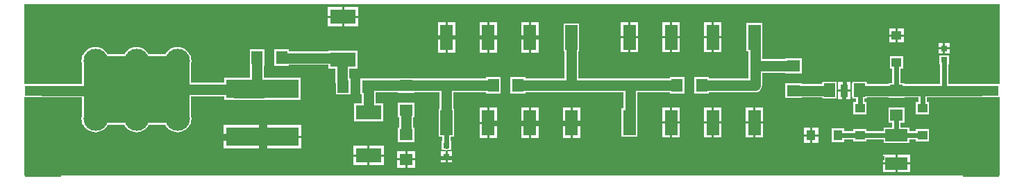
<source format=gtl>
G04*
G04 #@! TF.GenerationSoftware,Altium Limited,Altium Designer,21.2.0 (30)*
G04*
G04 Layer_Physical_Order=1*
G04 Layer_Color=65280*
%FSLAX44Y44*%
%MOMM*%
G71*
G04*
G04 #@! TF.SameCoordinates,58CED176-2650-464E-8F7A-AB9BE6AF2035*
G04*
G04*
G04 #@! TF.FilePolarity,Positive*
G04*
G01*
G75*
%ADD14C,0.2540*%
%ADD26R,1.4000X1.6000*%
%ADD27R,1.2200X1.1000*%
%ADD28R,5.0000X1.2700*%
%ADD29R,8.8900X2.2860*%
%ADD30R,0.8000X0.7000*%
%ADD31R,3.1500X1.7800*%
%ADD32R,0.9144X1.5240*%
%ADD33R,0.7112X1.5240*%
%ADD34R,2.1590X1.2700*%
%ADD35R,1.5240X3.0480*%
%ADD36R,2.7000X1.5240*%
%ADD37R,1.1000X1.2200*%
%ADD38R,1.6000X1.4000*%
%ADD41R,1.3970X1.6510*%
%ADD58C,3.0000*%
%ADD59R,4.4450X4.4450*%
%ADD60C,1.2700*%
%ADD61C,0.6096*%
%ADD62C,1.7780*%
%ADD63R,6.0960X4.0640*%
%ADD64R,0.5080X1.6510*%
%ADD65R,12.8800X8.2000*%
%ADD66R,6.6939X0.7186*%
%ADD67R,0.6401X1.9316*%
%ADD68R,4.9556X1.5707*%
%ADD69R,0.6436X0.5572*%
%ADD70R,4.9761X1.8241*%
%ADD71R,0.5343X1.5264*%
%ADD72R,4.4450X6.3500*%
%ADD73R,4.4450X1.2700*%
%ADD74R,10.9220X0.8890*%
%ADD75R,1.0160X3.8100*%
%ADD76R,6.0960X0.5080*%
%ADD77R,3.4290X0.5080*%
%ADD78R,0.5080X4.1910*%
%ADD79R,12.0650X0.6350*%
%ADD80R,12.9540X0.5080*%
%ADD81R,7.4930X4.9530*%
%ADD82R,2.6670X0.5080*%
%ADD83R,0.5080X0.6350*%
%ADD84R,5.0800X1.2700*%
%ADD85R,4.4450X4.4450*%
%ADD86C,0.7620*%
%ADD87C,1.6000*%
%ADD88C,1.0000*%
G36*
X1191706Y116300D02*
X1168947D01*
X1168400Y116372D01*
X1129097D01*
Y139900D01*
X1129950D01*
Y150900D01*
X1117950D01*
Y139900D01*
X1118803D01*
Y116372D01*
X1076000D01*
Y117000D01*
X1070997D01*
Y134900D01*
X1073950D01*
Y149900D01*
X1057750D01*
Y134900D01*
X1060703D01*
Y117000D01*
X1056000D01*
Y116372D01*
X1029790D01*
Y116840D01*
X1029634Y117621D01*
X1029193Y118282D01*
X1028531Y118724D01*
X1027750Y118879D01*
X1013781D01*
X1013000Y118724D01*
X1012339Y118282D01*
X1011897Y117621D01*
X1011741Y116840D01*
Y100330D01*
X1011897Y99550D01*
X1012339Y98888D01*
X1013000Y98446D01*
X1013781Y98291D01*
X1016253D01*
Y93700D01*
X1013300D01*
Y78700D01*
X1029500D01*
Y93700D01*
X1026547D01*
Y98291D01*
X1027750D01*
X1028531Y98446D01*
X1029193Y98888D01*
X1029620Y99528D01*
X1056000D01*
Y99000D01*
X1076000D01*
Y99528D01*
X1092453D01*
Y93700D01*
X1089500D01*
Y78700D01*
X1105700D01*
Y93700D01*
X1102747D01*
Y99528D01*
X1168400D01*
X1168947Y99600D01*
X1191706D01*
Y4438D01*
X2294D01*
Y99600D01*
X24853D01*
X25400Y99528D01*
X41820D01*
X41820Y99528D01*
X72561D01*
Y78370D01*
X72246Y77333D01*
X71918Y74000D01*
X72246Y70667D01*
X72561Y69630D01*
Y68000D01*
X72716Y67220D01*
X73158Y66558D01*
X73820Y66116D01*
X73952Y66090D01*
X74797Y64510D01*
X76921Y61921D01*
X79510Y59797D01*
X82463Y58218D01*
X85667Y57246D01*
X89000Y56918D01*
X92333Y57246D01*
X95537Y58218D01*
X98490Y59797D01*
X101079Y61921D01*
X103203Y64510D01*
X103979Y65961D01*
X124021D01*
X124797Y64510D01*
X126921Y61921D01*
X129510Y59797D01*
X132463Y58218D01*
X135667Y57246D01*
X139000Y56918D01*
X142333Y57246D01*
X145537Y58218D01*
X148490Y59797D01*
X151079Y61921D01*
X153203Y64510D01*
X153979Y65961D01*
X174021D01*
X174797Y64510D01*
X176921Y61921D01*
X179510Y59797D01*
X182463Y58218D01*
X185667Y57246D01*
X189000Y56918D01*
X192333Y57246D01*
X195537Y58218D01*
X198490Y59797D01*
X201079Y61921D01*
X203203Y64510D01*
X204048Y66090D01*
X204180Y66116D01*
X204842Y66558D01*
X205284Y67220D01*
X205439Y68000D01*
Y69630D01*
X205754Y70667D01*
X206082Y74000D01*
X205754Y77333D01*
X205439Y78370D01*
Y100876D01*
X246300D01*
Y96384D01*
X339200D01*
Y123244D01*
X294422D01*
Y138000D01*
X295000D01*
Y158000D01*
X277000D01*
Y138000D01*
X277578D01*
Y123244D01*
X246300D01*
Y117720D01*
X205439D01*
Y139629D01*
X205754Y140667D01*
X206082Y144000D01*
X205754Y147333D01*
X205439Y148370D01*
Y150000D01*
X205284Y150780D01*
X204842Y151442D01*
X204180Y151884D01*
X204048Y151910D01*
X203203Y153490D01*
X201079Y156079D01*
X198490Y158203D01*
X195537Y159782D01*
X192333Y160754D01*
X189000Y161082D01*
X185667Y160754D01*
X182463Y159782D01*
X179510Y158203D01*
X176921Y156079D01*
X174797Y153490D01*
X174021Y152039D01*
X153979D01*
X153203Y153490D01*
X151079Y156079D01*
X148490Y158203D01*
X145537Y159782D01*
X142333Y160754D01*
X139000Y161082D01*
X135667Y160754D01*
X132463Y159782D01*
X129510Y158203D01*
X126921Y156079D01*
X124797Y153490D01*
X124021Y152039D01*
X103979D01*
X103203Y153490D01*
X101079Y156079D01*
X98490Y158203D01*
X95537Y159782D01*
X92333Y160754D01*
X89000Y161082D01*
X85667Y160754D01*
X82463Y159782D01*
X79510Y158203D01*
X76921Y156079D01*
X74797Y153490D01*
X73952Y151910D01*
X73820Y151884D01*
X73158Y151442D01*
X72716Y150780D01*
X72561Y150000D01*
Y148370D01*
X72246Y147333D01*
X71918Y144000D01*
X72246Y140667D01*
X72561Y139629D01*
Y116372D01*
X41820D01*
X41820Y116372D01*
X25400D01*
X24853Y116300D01*
X2294D01*
Y213706D01*
X1191706D01*
Y116300D01*
D02*
G37*
%LPC*%
G36*
X409750Y209900D02*
X392271D01*
Y199270D01*
X409750D01*
Y209900D01*
D02*
G37*
G36*
X389731D02*
X372250D01*
Y199270D01*
X389731D01*
Y209900D01*
D02*
G37*
G36*
X409750Y196730D02*
X392271D01*
Y186100D01*
X409750D01*
Y196730D01*
D02*
G37*
G36*
X389731D02*
X372250D01*
Y186100D01*
X389731D01*
Y196730D01*
D02*
G37*
G36*
X1074950Y183600D02*
X1067120D01*
Y176370D01*
X1074950D01*
Y183600D01*
D02*
G37*
G36*
X1064580D02*
X1056750D01*
Y176370D01*
X1064580D01*
Y183600D01*
D02*
G37*
G36*
X852420Y191380D02*
X843070D01*
Y174410D01*
X852420D01*
Y191380D01*
D02*
G37*
G36*
X840530D02*
X831180D01*
Y174410D01*
X840530D01*
Y191380D01*
D02*
G37*
G36*
X801620D02*
X792270D01*
Y174410D01*
X801620D01*
Y191380D01*
D02*
G37*
G36*
X789730D02*
X780380D01*
Y174410D01*
X789730D01*
Y191380D01*
D02*
G37*
G36*
X750820D02*
X741470D01*
Y174410D01*
X750820D01*
Y191380D01*
D02*
G37*
G36*
X738930D02*
X729580D01*
Y174410D01*
X738930D01*
Y191380D01*
D02*
G37*
G36*
X629270Y190960D02*
X619920D01*
Y173990D01*
X629270D01*
Y190960D01*
D02*
G37*
G36*
X617380D02*
X608030D01*
Y173990D01*
X617380D01*
Y190960D01*
D02*
G37*
G36*
X578470D02*
X569120D01*
Y173990D01*
X578470D01*
Y190960D01*
D02*
G37*
G36*
X566580D02*
X557230D01*
Y173990D01*
X566580D01*
Y190960D01*
D02*
G37*
G36*
X527670D02*
X518320D01*
Y173990D01*
X527670D01*
Y190960D01*
D02*
G37*
G36*
X515780D02*
X506430D01*
Y173990D01*
X515780D01*
Y190960D01*
D02*
G37*
G36*
X1074950Y173830D02*
X1067120D01*
Y166600D01*
X1074950D01*
Y173830D01*
D02*
G37*
G36*
X1064580D02*
X1056750D01*
Y166600D01*
X1064580D01*
Y173830D01*
D02*
G37*
G36*
X1130950Y165900D02*
X1125220D01*
Y160670D01*
X1130950D01*
Y165900D01*
D02*
G37*
G36*
X1122680D02*
X1116950D01*
Y160670D01*
X1122680D01*
Y165900D01*
D02*
G37*
G36*
X852420Y171870D02*
X843070D01*
Y154900D01*
X852420D01*
Y171870D01*
D02*
G37*
G36*
X840530D02*
X831180D01*
Y154900D01*
X840530D01*
Y171870D01*
D02*
G37*
G36*
X801620D02*
X792270D01*
Y154900D01*
X801620D01*
Y171870D01*
D02*
G37*
G36*
X789730D02*
X780380D01*
Y154900D01*
X789730D01*
Y171870D01*
D02*
G37*
G36*
X750820D02*
X741470D01*
Y154900D01*
X750820D01*
Y171870D01*
D02*
G37*
G36*
X738930D02*
X729580D01*
Y154900D01*
X738930D01*
Y171870D01*
D02*
G37*
G36*
X629270Y171450D02*
X619920D01*
Y154480D01*
X629270D01*
Y171450D01*
D02*
G37*
G36*
X617380D02*
X608030D01*
Y154480D01*
X617380D01*
Y171450D01*
D02*
G37*
G36*
X578470D02*
X569120D01*
Y154480D01*
X578470D01*
Y171450D01*
D02*
G37*
G36*
X566580D02*
X557230D01*
Y154480D01*
X566580D01*
Y171450D01*
D02*
G37*
G36*
X527670D02*
X518320D01*
Y154480D01*
X527670D01*
Y171450D01*
D02*
G37*
G36*
X515780D02*
X506430D01*
Y154480D01*
X515780D01*
Y171450D01*
D02*
G37*
G36*
X1130950Y158130D02*
X1125220D01*
Y152900D01*
X1130950D01*
Y158130D01*
D02*
G37*
G36*
X1122680D02*
X1116950D01*
Y152900D01*
X1122680D01*
Y158130D01*
D02*
G37*
G36*
X1016145Y155400D02*
X1003620D01*
Y147320D01*
X1016145D01*
Y155400D01*
D02*
G37*
G36*
X1001080D02*
X988555D01*
Y147320D01*
X1001080D01*
Y155400D01*
D02*
G37*
G36*
X1016145Y144780D02*
X1003620D01*
Y136700D01*
X1016145D01*
Y144780D01*
D02*
G37*
G36*
X1001080D02*
X988555D01*
Y136700D01*
X1001080D01*
Y144780D01*
D02*
G37*
G36*
X902220Y190380D02*
X882980D01*
Y155900D01*
X885028D01*
Y137856D01*
Y122722D01*
X837200D01*
Y124300D01*
X819200D01*
Y104300D01*
X837200D01*
Y105878D01*
X893450D01*
X895630Y106165D01*
X897661Y107006D01*
X899405Y108345D01*
X900744Y110089D01*
X901585Y112120D01*
X901872Y114300D01*
Y129434D01*
X930337D01*
Y128950D01*
X950337D01*
Y146950D01*
X930337D01*
Y146278D01*
X901872D01*
Y155900D01*
X902220D01*
Y190380D01*
D02*
G37*
G36*
X679070Y189960D02*
X659830D01*
Y155480D01*
X661028D01*
Y122722D01*
X613200D01*
Y124300D01*
X595200D01*
Y104300D01*
X613200D01*
Y105878D01*
X732628D01*
Y86240D01*
X730580D01*
Y51760D01*
X749820D01*
Y86240D01*
X749472D01*
Y105878D01*
X789200D01*
Y104300D01*
X807200D01*
Y124300D01*
X789200D01*
Y122722D01*
X677872D01*
Y155480D01*
X679070D01*
Y189960D01*
D02*
G37*
G36*
X583200Y124300D02*
X565200D01*
Y122722D01*
X478000D01*
Y123000D01*
X458000D01*
Y122722D01*
X432055D01*
X431710Y122865D01*
X429530Y123152D01*
X422000D01*
X420845Y123000D01*
X412000D01*
Y103000D01*
X413578D01*
Y91900D01*
X404250D01*
Y70100D01*
X439750D01*
Y91900D01*
X430422D01*
Y105878D01*
X458000D01*
Y105000D01*
X478000D01*
Y105878D01*
X508628D01*
Y85820D01*
X507430D01*
Y51340D01*
X511903D01*
Y47000D01*
Y46500D01*
X511000D01*
Y35500D01*
X514970D01*
X515080Y35426D01*
X517050Y35035D01*
X519020Y35426D01*
X519130Y35500D01*
X523000D01*
Y46500D01*
X522197D01*
Y47000D01*
Y51340D01*
X526670D01*
Y85820D01*
X525472D01*
Y105878D01*
X565200D01*
Y104300D01*
X583200D01*
Y124300D01*
D02*
G37*
G36*
X990920Y118879D02*
X976951D01*
X976170Y118724D01*
X975509Y118282D01*
X975067Y117621D01*
X974911Y116840D01*
Y116372D01*
X950337D01*
Y116950D01*
X930337D01*
Y98950D01*
X950337D01*
Y99528D01*
X975081D01*
X975509Y98888D01*
X976170Y98446D01*
X976951Y98291D01*
X990920D01*
X991701Y98446D01*
X992363Y98888D01*
X992804Y99550D01*
X992960Y100330D01*
Y116840D01*
X992804Y117621D01*
X992363Y118282D01*
X991701Y118724D01*
X990920Y118879D01*
D02*
G37*
G36*
X1009922Y118570D02*
X1003620D01*
Y109220D01*
X1009922D01*
Y118570D01*
D02*
G37*
G36*
X1001080D02*
X994778D01*
Y109220D01*
X1001080D01*
Y118570D01*
D02*
G37*
G36*
X325000Y158000D02*
X307000D01*
Y138000D01*
X325000D01*
Y139330D01*
X373250D01*
Y134800D01*
X381578D01*
Y119050D01*
X381865Y116870D01*
X381928Y116718D01*
Y113650D01*
X382000Y113103D01*
Y103000D01*
X400000D01*
Y123000D01*
X398422D01*
Y134800D01*
X408750D01*
Y156600D01*
X373250D01*
Y156174D01*
X325000D01*
Y158000D01*
D02*
G37*
G36*
X1009922Y106680D02*
X1003620D01*
Y97330D01*
X1009922D01*
Y106680D01*
D02*
G37*
G36*
X1001080D02*
X994778D01*
Y97330D01*
X1001080D01*
Y106680D01*
D02*
G37*
G36*
X903220Y87240D02*
X893870D01*
Y70270D01*
X903220D01*
Y87240D01*
D02*
G37*
G36*
X891330D02*
X881980D01*
Y70270D01*
X891330D01*
Y87240D01*
D02*
G37*
G36*
X852420D02*
X843070D01*
Y70270D01*
X852420D01*
Y87240D01*
D02*
G37*
G36*
X840530D02*
X831180D01*
Y70270D01*
X840530D01*
Y87240D01*
D02*
G37*
G36*
X801620D02*
X792270D01*
Y70270D01*
X801620D01*
Y87240D01*
D02*
G37*
G36*
X789730D02*
X780380D01*
Y70270D01*
X789730D01*
Y87240D01*
D02*
G37*
G36*
X680070Y86820D02*
X670720D01*
Y69850D01*
X680070D01*
Y86820D01*
D02*
G37*
G36*
X668180D02*
X658830D01*
Y69850D01*
X668180D01*
Y86820D01*
D02*
G37*
G36*
X629270D02*
X619920D01*
Y69850D01*
X629270D01*
Y86820D01*
D02*
G37*
G36*
X617380D02*
X608030D01*
Y69850D01*
X617380D01*
Y86820D01*
D02*
G37*
G36*
X578470D02*
X569120D01*
Y69850D01*
X578470D01*
Y86820D01*
D02*
G37*
G36*
X566580D02*
X557230D01*
Y69850D01*
X566580D01*
Y86820D01*
D02*
G37*
G36*
X1076000Y87000D02*
X1056000D01*
Y69000D01*
X1060703D01*
Y62960D01*
X1050350D01*
Y58487D01*
X1029500D01*
Y61000D01*
X1013300D01*
Y58487D01*
X1002070D01*
Y61440D01*
X987070D01*
Y45240D01*
X1002070D01*
Y48193D01*
X1013300D01*
Y46000D01*
X1029500D01*
Y48193D01*
X1050350D01*
Y43720D01*
X1081350D01*
Y48193D01*
X1089500D01*
Y46000D01*
X1105700D01*
Y61000D01*
X1089500D01*
Y58487D01*
X1081350D01*
Y62960D01*
X1070997D01*
Y69000D01*
X1076000D01*
Y87000D01*
D02*
G37*
G36*
X970370Y62440D02*
X963140D01*
Y54610D01*
X970370D01*
Y62440D01*
D02*
G37*
G36*
X960600D02*
X953370D01*
Y54610D01*
X960600D01*
Y62440D01*
D02*
G37*
G36*
X340200Y65824D02*
X294020D01*
Y52664D01*
X340200D01*
Y65824D01*
D02*
G37*
G36*
X291480D02*
X245300D01*
Y52664D01*
X291480D01*
Y65824D01*
D02*
G37*
G36*
X903220Y67730D02*
X893870D01*
Y50760D01*
X903220D01*
Y67730D01*
D02*
G37*
G36*
X891330D02*
X881980D01*
Y50760D01*
X891330D01*
Y67730D01*
D02*
G37*
G36*
X852420D02*
X843070D01*
Y50760D01*
X852420D01*
Y67730D01*
D02*
G37*
G36*
X840530D02*
X831180D01*
Y50760D01*
X840530D01*
Y67730D01*
D02*
G37*
G36*
X801620D02*
X792270D01*
Y50760D01*
X801620D01*
Y67730D01*
D02*
G37*
G36*
X789730D02*
X780380D01*
Y50760D01*
X789730D01*
Y67730D01*
D02*
G37*
G36*
X680070Y67310D02*
X670720D01*
Y50340D01*
X680070D01*
Y67310D01*
D02*
G37*
G36*
X668180D02*
X658830D01*
Y50340D01*
X668180D01*
Y67310D01*
D02*
G37*
G36*
X629270D02*
X619920D01*
Y50340D01*
X629270D01*
Y67310D01*
D02*
G37*
G36*
X617380D02*
X608030D01*
Y50340D01*
X617380D01*
Y67310D01*
D02*
G37*
G36*
X578470D02*
X569120D01*
Y50340D01*
X578470D01*
Y67310D01*
D02*
G37*
G36*
X566580D02*
X557230D01*
Y50340D01*
X566580D01*
Y67310D01*
D02*
G37*
G36*
X478000Y93000D02*
X458000D01*
Y75000D01*
X459578D01*
Y66750D01*
Y63000D01*
X458000D01*
Y45000D01*
X478000D01*
Y63000D01*
X476422D01*
Y75000D01*
X478000D01*
Y93000D01*
D02*
G37*
G36*
X970370Y52070D02*
X963140D01*
Y44240D01*
X970370D01*
Y52070D01*
D02*
G37*
G36*
X960600D02*
X953370D01*
Y44240D01*
X960600D01*
Y52070D01*
D02*
G37*
G36*
X340200Y50124D02*
X294020D01*
Y36964D01*
X340200D01*
Y50124D01*
D02*
G37*
G36*
X291480D02*
X245300D01*
Y36964D01*
X291480D01*
Y50124D01*
D02*
G37*
G36*
X440750Y40600D02*
X423270D01*
Y29970D01*
X440750D01*
Y40600D01*
D02*
G37*
G36*
X420730D02*
X403250D01*
Y29970D01*
X420730D01*
Y40600D01*
D02*
G37*
G36*
X524000Y33500D02*
X518269D01*
Y28270D01*
X524000D01*
Y33500D01*
D02*
G37*
G36*
X515729D02*
X510000D01*
Y28270D01*
X515729D01*
Y33500D01*
D02*
G37*
G36*
X479000Y34000D02*
X469270D01*
Y25270D01*
X479000D01*
Y34000D01*
D02*
G37*
G36*
X466730D02*
X457000D01*
Y25270D01*
X466730D01*
Y34000D01*
D02*
G37*
G36*
X524000Y25730D02*
X518269D01*
Y20500D01*
X524000D01*
Y25730D01*
D02*
G37*
G36*
X515729D02*
X510000D01*
Y20500D01*
X515729D01*
Y25730D01*
D02*
G37*
G36*
X1082350Y29670D02*
X1067121D01*
Y20320D01*
X1082350D01*
Y29670D01*
D02*
G37*
G36*
X1064581D02*
X1049350D01*
Y20320D01*
X1064581D01*
Y29670D01*
D02*
G37*
G36*
X440750Y27430D02*
X423270D01*
Y16800D01*
X440750D01*
Y27430D01*
D02*
G37*
G36*
X420730D02*
X403250D01*
Y16800D01*
X420730D01*
Y27430D01*
D02*
G37*
G36*
X479000Y22730D02*
X469270D01*
Y14000D01*
X479000D01*
Y22730D01*
D02*
G37*
G36*
X466730D02*
X457000D01*
Y14000D01*
X466730D01*
Y22730D01*
D02*
G37*
G36*
X1082350Y17780D02*
X1067121D01*
Y8430D01*
X1082350D01*
Y17780D01*
D02*
G37*
G36*
X1064581D02*
X1049350D01*
Y8430D01*
X1064581D01*
Y17780D01*
D02*
G37*
%LPD*%
D14*
X1158130Y62230D02*
X1158818Y61543D01*
X1145021Y67950D02*
X1150088D01*
X1167066Y55309D02*
X1185166D01*
X1153737Y68637D02*
X1158818Y63558D01*
X1145007Y67964D02*
Y73030D01*
X1165225Y57150D02*
X1167066Y55309D01*
X1159505Y62230D02*
X1163897Y57838D01*
X1158818Y63558D02*
X1159505Y62870D01*
X1158818Y61543D02*
X1163210Y57150D01*
X1145695Y73030D02*
Y76680D01*
X1150088Y68637D02*
X1153737D01*
X1159505Y62230D02*
Y62870D01*
X1145000Y77375D02*
X1145695Y76680D01*
Y73030D02*
X1150088Y68637D01*
X1145000Y77375D02*
Y91000D01*
X1158130Y62230D02*
Y62870D01*
X1163210Y57150D02*
X1165225D01*
X1130427Y86739D02*
X1141161Y76006D01*
X1144994D01*
X1145007Y75992D01*
Y67964D02*
X1145021Y67950D01*
X1129000Y92000D02*
X1130427Y90573D01*
Y86739D02*
Y90573D01*
D26*
X574200Y114300D02*
D03*
X604200D02*
D03*
X286000Y148000D02*
D03*
X316000D02*
D03*
X391000Y113000D02*
D03*
X421000D02*
D03*
X828200Y114300D02*
D03*
X798200D02*
D03*
D27*
X1021400Y53500D02*
D03*
Y86200D02*
D03*
X1065850Y142400D02*
D03*
Y175100D02*
D03*
X1097600Y86200D02*
D03*
Y53500D02*
D03*
D28*
X1165800Y107950D02*
D03*
X28000D02*
D03*
D29*
X292750Y51394D02*
D03*
Y109814D02*
D03*
D30*
X517000Y27000D02*
D03*
Y41000D02*
D03*
X1123950Y159400D02*
D03*
Y145400D02*
D03*
D31*
X391000Y145700D02*
D03*
Y198000D02*
D03*
X422000Y28700D02*
D03*
Y81000D02*
D03*
D32*
X1002350Y107950D02*
D03*
D33*
X1021400D02*
D03*
X983300D02*
D03*
D34*
X1002350Y146050D02*
D03*
D35*
X669450Y172720D02*
D03*
X517050Y68580D02*
D03*
X567850D02*
D03*
X618650D02*
D03*
X669450D02*
D03*
X618650Y172720D02*
D03*
X567850D02*
D03*
X517050D02*
D03*
X740200Y69000D02*
D03*
X892600Y173140D02*
D03*
X740200D02*
D03*
X791000D02*
D03*
X892600Y69000D02*
D03*
X841800D02*
D03*
X791000D02*
D03*
X841800Y173140D02*
D03*
D36*
X1065850Y53340D02*
D03*
Y19050D02*
D03*
D37*
X994570Y53340D02*
D03*
X961870D02*
D03*
D38*
X1066000Y78000D02*
D03*
Y108000D02*
D03*
X940337Y137950D02*
D03*
Y107950D02*
D03*
X468000Y54000D02*
D03*
Y24000D02*
D03*
Y84000D02*
D03*
Y114000D02*
D03*
D41*
X1020766Y108585D02*
D03*
X983935D02*
D03*
D58*
X89000Y144000D02*
D03*
X139000D02*
D03*
X189000D02*
D03*
Y74000D02*
D03*
X139000D02*
D03*
X89000D02*
D03*
D59*
X1169000Y25000D02*
D03*
Y191000D02*
D03*
D60*
X741050Y70270D02*
Y114300D01*
X286000Y114358D02*
X292750Y107608D01*
X286000Y114358D02*
Y148000D01*
X390000Y119050D02*
X390350Y118700D01*
X390000Y144450D02*
X391000Y145450D01*
X390350Y113650D02*
X391000Y113000D01*
X390350Y113650D02*
Y118700D01*
X390000Y119050D02*
Y144450D01*
X391000Y145450D02*
Y147000D01*
X468000Y114300D02*
X517050D01*
X1166310Y107950D02*
X1168400D01*
X1123950D02*
X1166310D01*
X1065850D02*
X1097600D01*
X940337D02*
X983300D01*
X893450Y137856D02*
X939635D01*
X893450D02*
Y165100D01*
Y114300D02*
Y137856D01*
X429960Y114300D02*
X468000D01*
X422000Y81000D02*
Y114730D01*
X429530D01*
X468000Y66750D02*
Y79796D01*
X429530Y114730D02*
X429960Y114300D01*
X517050D02*
X574200D01*
X1097600Y107950D02*
X1123950D01*
X517050Y68580D02*
Y114300D01*
X41820Y107950D02*
X41820Y107950D01*
X77406D01*
X25400Y107950D02*
X41820D01*
X125775Y109298D02*
X258040D01*
X669450Y114300D02*
X741050D01*
X608490D02*
X669450D01*
Y172720D01*
X832490Y114300D02*
X893450D01*
X741050D02*
X798200D01*
X1021400Y107950D02*
X1065850D01*
X321342Y147752D02*
X390000D01*
X468000Y59796D02*
Y79796D01*
X741050Y63500D02*
Y70270D01*
D61*
X517050Y47000D02*
Y68580D01*
Y47000D02*
Y68580D01*
X1065850Y107950D02*
Y142240D01*
X517050Y40181D02*
Y47000D01*
X1123950Y107950D02*
Y145000D01*
X1097600Y86360D02*
Y107950D01*
X1065850Y53340D02*
X1072200D01*
X1020130D02*
X1065850D01*
X994730D02*
X1021400D01*
X1072200D02*
X1097600D01*
X740200Y69000D02*
Y70270D01*
X892600Y171870D02*
Y173140D01*
X1021400Y86360D02*
Y107950D01*
X1065850Y53340D02*
Y76200D01*
D62*
X284997Y107608D02*
X292750D01*
X259730D02*
X284997D01*
X258040Y109298D02*
X259730Y107608D01*
X256338Y111000D02*
X258040Y109298D01*
X125533Y109056D02*
X125775Y109298D01*
D63*
X1002350Y148590D02*
D03*
D64*
Y128905D02*
D03*
D65*
X139000Y109000D02*
D03*
D66*
X1002281Y124677D02*
D03*
D67*
X1143091Y67618D02*
D03*
D68*
X1164669Y65813D02*
D03*
D69*
X1143073Y140483D02*
D03*
D70*
X1164735Y151550D02*
D03*
D71*
X1002736Y120224D02*
D03*
D72*
X28575Y177800D02*
D03*
Y38100D02*
D03*
D73*
X1165225Y57150D02*
D03*
D74*
X282135Y50597D02*
D03*
D75*
X293080Y52950D02*
D03*
D76*
X340360Y193040D02*
D03*
D77*
X515145Y25400D02*
D03*
D78*
X483240Y26035D02*
D03*
D79*
X623095Y67945D02*
D03*
D80*
X567850Y172720D02*
D03*
D81*
X1002985Y150495D02*
D03*
D82*
X1037275Y25400D02*
D03*
D83*
X1002350Y98425D02*
D03*
D84*
X1165800Y147950D02*
D03*
Y67950D02*
D03*
X28000Y147950D02*
D03*
Y67950D02*
D03*
D85*
X25000Y191000D02*
D03*
Y25000D02*
D03*
D86*
X992190Y160020D02*
D03*
X1012510D02*
D03*
X988380Y134620D02*
D03*
X1016320D02*
D03*
X988380Y148590D02*
D03*
X1016320D02*
D03*
D87*
X1026480Y161290D02*
D03*
X978220D02*
D03*
D88*
X1185166Y55309D02*
D03*
X1182626Y160084D02*
D03*
X1137000Y138000D02*
D03*
X1142000Y11000D02*
D03*
X1117000D02*
D03*
X1092000Y10000D02*
D03*
X1042000Y11000D02*
D03*
X1016000D02*
D03*
X988000D02*
D03*
X957000Y10000D02*
D03*
X57000Y12000D02*
D03*
X97000Y11000D02*
D03*
X126000Y10000D02*
D03*
X156000D02*
D03*
X184000Y11000D02*
D03*
X210000D02*
D03*
X244000D02*
D03*
X276000D02*
D03*
X315000D02*
D03*
X355000D02*
D03*
X394000D02*
D03*
X449000D02*
D03*
X487000D02*
D03*
X755000D02*
D03*
X1137000Y159000D02*
D03*
X1110000Y164000D02*
D03*
Y152000D02*
D03*
X1109000Y139000D02*
D03*
X1081000Y138000D02*
D03*
X1082000Y150000D02*
D03*
X1054000Y160000D02*
D03*
X1048000Y151000D02*
D03*
X1047000Y139000D02*
D03*
X1097000Y126000D02*
D03*
X1147000D02*
D03*
X1158000D02*
D03*
X1171000Y125000D02*
D03*
X1183000D02*
D03*
X1171000Y92000D02*
D03*
X1158000D02*
D03*
X1145000Y91000D02*
D03*
X1129000Y92000D02*
D03*
X1021000Y72000D02*
D03*
X1039000Y70000D02*
D03*
X1050000Y92000D02*
D03*
X1082000D02*
D03*
X1083000Y73000D02*
D03*
X1111000Y39000D02*
D03*
X1097000Y38000D02*
D03*
X1080850Y36340D02*
D03*
X1070000Y37000D02*
D03*
X1057000Y36000D02*
D03*
X1044000Y37000D02*
D03*
X1033000Y38000D02*
D03*
X1021000Y37000D02*
D03*
X984000D02*
D03*
X983000Y69000D02*
D03*
X995000Y70000D02*
D03*
X1003000Y78000D02*
D03*
Y91000D02*
D03*
X993000D02*
D03*
X982000D02*
D03*
X970000D02*
D03*
X958000D02*
D03*
X944000D02*
D03*
X932000D02*
D03*
X922000Y97000D02*
D03*
Y111000D02*
D03*
X961000Y134000D02*
D03*
Y144000D02*
D03*
X953000Y154000D02*
D03*
X941000Y156000D02*
D03*
X926000D02*
D03*
X911000Y155000D02*
D03*
X912000Y169000D02*
D03*
Y185000D02*
D03*
X891000Y198000D02*
D03*
X875000Y193000D02*
D03*
X874000Y180000D02*
D03*
X970000Y124000D02*
D03*
X956000Y123000D02*
D03*
X922000D02*
D03*
X910000Y121000D02*
D03*
X909000Y105000D02*
D03*
X897000Y98000D02*
D03*
X883000Y99000D02*
D03*
X874000Y156000D02*
D03*
X878000Y142000D02*
D03*
X872000Y130000D02*
D03*
X846000D02*
D03*
X833000Y131000D02*
D03*
X822137Y131440D02*
D03*
X799510Y130937D02*
D03*
X788000Y132000D02*
D03*
X846000Y98000D02*
D03*
X833000Y97000D02*
D03*
X808000D02*
D03*
X795000D02*
D03*
X782000Y99000D02*
D03*
X758000Y88000D02*
D03*
X759000Y76000D02*
D03*
Y62000D02*
D03*
X758000Y49000D02*
D03*
X749000Y43000D02*
D03*
X731000D02*
D03*
X722000Y53000D02*
D03*
X721000Y64000D02*
D03*
X720000Y76000D02*
D03*
X725000Y99000D02*
D03*
X720000Y87000D02*
D03*
X759000Y130000D02*
D03*
X746000D02*
D03*
X731000D02*
D03*
X717340Y130728D02*
D03*
X703000Y130000D02*
D03*
X688000Y129000D02*
D03*
X687000Y140000D02*
D03*
X686000Y152000D02*
D03*
X687000Y165000D02*
D03*
X689000Y179000D02*
D03*
X685865Y189754D02*
D03*
X668000Y197000D02*
D03*
X545000Y173000D02*
D03*
X594000D02*
D03*
X652000Y168000D02*
D03*
Y157000D02*
D03*
X653000Y145000D02*
D03*
X652000Y132000D02*
D03*
X638000Y131000D02*
D03*
X626000Y132000D02*
D03*
X613000D02*
D03*
X601000D02*
D03*
X579000D02*
D03*
X699000Y98000D02*
D03*
X688000Y99000D02*
D03*
X676000Y98000D02*
D03*
X662000D02*
D03*
X649000D02*
D03*
X634000D02*
D03*
X618000D02*
D03*
X606000D02*
D03*
X592000Y97000D02*
D03*
X578000D02*
D03*
X564000Y98000D02*
D03*
X549000D02*
D03*
X535000D02*
D03*
X567000Y132000D02*
D03*
X553000Y130000D02*
D03*
X539000Y129000D02*
D03*
X523000Y130000D02*
D03*
X498000D02*
D03*
X483000Y129000D02*
D03*
X468000Y130000D02*
D03*
X454000D02*
D03*
X442000D02*
D03*
X426000D02*
D03*
X441000Y99000D02*
D03*
X449000Y89000D02*
D03*
Y78000D02*
D03*
X448000Y66000D02*
D03*
X437000Y60000D02*
D03*
X422000D02*
D03*
X406000D02*
D03*
X395000Y64000D02*
D03*
Y80000D02*
D03*
X408000Y129000D02*
D03*
X316000Y89000D02*
D03*
X303000D02*
D03*
X288000D02*
D03*
X273000Y88000D02*
D03*
X257000Y89000D02*
D03*
X243000Y88000D02*
D03*
X231790Y91716D02*
D03*
X343000Y90000D02*
D03*
X349000Y100000D02*
D03*
X348000Y117000D02*
D03*
X303000Y130000D02*
D03*
X316000Y131000D02*
D03*
X377000Y96000D02*
D03*
X394000Y94000D02*
D03*
X418000Y140000D02*
D03*
Y153000D02*
D03*
X413000Y164000D02*
D03*
X393000Y166000D02*
D03*
X377000D02*
D03*
X357000Y165000D02*
D03*
X342000D02*
D03*
X325000Y166000D02*
D03*
X309000Y167000D02*
D03*
X293000D02*
D03*
X280000Y166000D02*
D03*
X268000Y159000D02*
D03*
X269000Y145000D02*
D03*
X268000Y130000D02*
D03*
X256000D02*
D03*
X229000Y126000D02*
D03*
X216000Y129000D02*
D03*
X217000Y141000D02*
D03*
X216000Y156000D02*
D03*
X207000Y165000D02*
D03*
X192000Y170000D02*
D03*
X176000Y168000D02*
D03*
X216000Y91000D02*
D03*
X218000Y72000D02*
D03*
X212000Y58000D02*
D03*
X195000Y49000D02*
D03*
X177000Y50000D02*
D03*
X115000Y53000D02*
D03*
X81000Y49000D02*
D03*
X95000Y169000D02*
D03*
X80000D02*
D03*
X66000Y159000D02*
D03*
X63000Y143000D02*
D03*
Y74000D02*
D03*
X45000Y148000D02*
D03*
X8000Y149000D02*
D03*
X8600Y67600D02*
D03*
X43600D02*
D03*
X65000Y92000D02*
D03*
X49000Y91000D02*
D03*
X31000D02*
D03*
X12000Y89000D02*
D03*
X48000Y127000D02*
D03*
X32000D02*
D03*
X12000D02*
D03*
X1081000D02*
D03*
X1008000Y37000D02*
D03*
X820000Y97000D02*
D03*
X758000Y99000D02*
D03*
X858000Y98000D02*
D03*
Y130000D02*
D03*
X773000D02*
D03*
X601000Y11000D02*
D03*
X718000D02*
D03*
X638000D02*
D03*
X563000D02*
D03*
X518000D02*
D03*
X97441Y49633D02*
D03*
X65080Y51771D02*
D03*
X111484Y165337D02*
D03*
X63000Y127000D02*
D03*
X243000Y131000D02*
D03*
X234564Y77895D02*
D03*
X137128Y51159D02*
D03*
X373000Y115000D02*
D03*
Y128000D02*
D03*
X1114000Y65000D02*
D03*
Y52000D02*
D03*
X158750Y165100D02*
D03*
Y50800D02*
D03*
X330000Y89000D02*
D03*
X320235Y179502D02*
D03*
X354000Y132000D02*
D03*
X330000Y131000D02*
D03*
X487000Y98000D02*
D03*
Y85000D02*
D03*
X511000Y130000D02*
D03*
X593250Y63500D02*
D03*
X652000Y182000D02*
D03*
X644050Y63500D02*
D03*
X653000Y196000D02*
D03*
X770000Y99000D02*
D03*
X677000Y11000D02*
D03*
X720250Y152400D02*
D03*
X713000Y97000D02*
D03*
X766450Y171450D02*
D03*
X817250D02*
D03*
X818400Y69270D02*
D03*
X874000Y167000D02*
D03*
X869200Y69270D02*
D03*
X870000Y99000D02*
D03*
X907000Y197000D02*
D03*
X996000Y37000D02*
D03*
X1040450Y82550D02*
D03*
X1046800Y127000D02*
D03*
X1115000Y78000D02*
D03*
X1183000Y91000D02*
D03*
X1136650Y127000D02*
D03*
X1111250D02*
D03*
X1115000Y92000D02*
D03*
M02*

</source>
